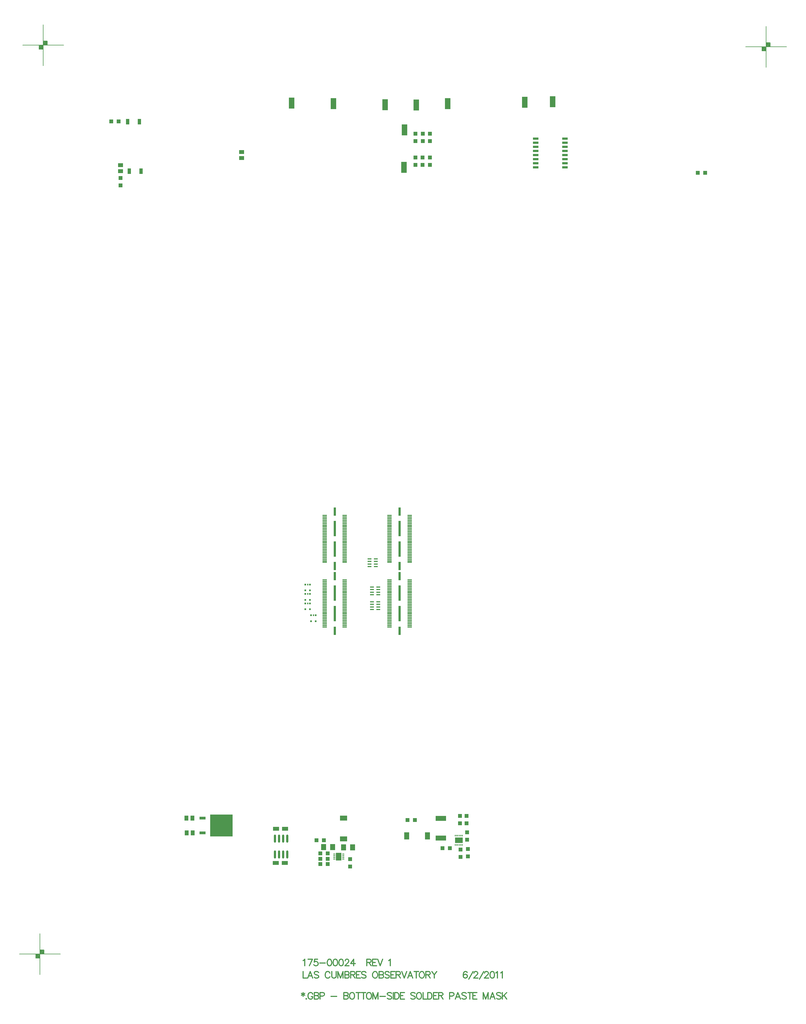
<source format=gbp>
%FSLAX23Y23*%
%MOIN*%
G70*
G01*
G75*
G04 Layer_Color=128*
%ADD10R,0.035X0.037*%
%ADD11R,0.035X0.037*%
%ADD12R,0.036X0.036*%
%ADD13R,0.036X0.028*%
%ADD14R,0.050X0.050*%
%ADD15R,0.050X0.050*%
%ADD16C,0.005*%
%ADD17C,0.010*%
%ADD18C,0.050*%
%ADD19C,0.012*%
%ADD20C,0.012*%
%ADD21C,0.008*%
%ADD22C,0.012*%
%ADD23C,0.157*%
%ADD24C,0.079*%
%ADD25C,0.020*%
%ADD26C,0.220*%
%ADD27C,0.039*%
%ADD28C,0.055*%
%ADD29R,0.055X0.055*%
%ADD30C,0.116*%
%ADD31C,0.085*%
%ADD32R,0.098X0.098*%
%ADD33C,0.098*%
%ADD34C,0.080*%
%ADD35C,0.065*%
%ADD36C,0.059*%
%ADD37C,0.055*%
%ADD38R,0.059X0.059*%
%ADD39C,0.110*%
%ADD40C,0.217*%
%ADD41C,0.200*%
%ADD42C,0.026*%
%ADD43C,0.050*%
%ADD44C,0.024*%
%ADD45C,0.025*%
%ADD46C,0.040*%
%ADD47C,0.131*%
%ADD48C,0.076*%
%ADD49C,0.206*%
%ADD50C,0.080*%
%ADD51C,0.075*%
%ADD52C,0.168*%
%ADD53C,0.102*%
%ADD54C,0.091*%
G04:AMPARAMS|DCode=55|XSize=111.181mil|YSize=111.181mil|CornerRadius=0mil|HoleSize=0mil|Usage=FLASHONLY|Rotation=0.000|XOffset=0mil|YOffset=0mil|HoleType=Round|Shape=Relief|Width=30mil|Gap=10mil|Entries=4|*
%AMTHD55*
7,0,0,0.111,0.091,0.030,45*
%
%ADD55THD55*%
G04:AMPARAMS|DCode=56|XSize=112mil|YSize=112mil|CornerRadius=0mil|HoleSize=0mil|Usage=FLASHONLY|Rotation=0.000|XOffset=0mil|YOffset=0mil|HoleType=Round|Shape=Relief|Width=30mil|Gap=10mil|Entries=4|*
%AMTHD56*
7,0,0,0.112,0.092,0.030,45*
%
%ADD56THD56*%
%ADD57C,0.092*%
%ADD58C,0.138*%
%ADD59C,0.073*%
%ADD60C,0.099*%
G04:AMPARAMS|DCode=61|XSize=119.055mil|YSize=119.055mil|CornerRadius=0mil|HoleSize=0mil|Usage=FLASHONLY|Rotation=0.000|XOffset=0mil|YOffset=0mil|HoleType=Round|Shape=Relief|Width=30mil|Gap=10mil|Entries=4|*
%AMTHD61*
7,0,0,0.119,0.099,0.030,45*
%
%ADD61THD61*%
%ADD62C,0.075*%
G04:AMPARAMS|DCode=63|XSize=130mil|YSize=130mil|CornerRadius=0mil|HoleSize=0mil|Usage=FLASHONLY|Rotation=0.000|XOffset=0mil|YOffset=0mil|HoleType=Round|Shape=Relief|Width=30mil|Gap=10mil|Entries=4|*
%AMTHD63*
7,0,0,0.130,0.110,0.030,45*
%
%ADD63THD63*%
%ADD64C,0.168*%
%ADD65C,0.053*%
G04:AMPARAMS|DCode=66|XSize=88mil|YSize=88mil|CornerRadius=0mil|HoleSize=0mil|Usage=FLASHONLY|Rotation=0.000|XOffset=0mil|YOffset=0mil|HoleType=Round|Shape=Relief|Width=30mil|Gap=10mil|Entries=4|*
%AMTHD66*
7,0,0,0.088,0.068,0.030,45*
%
%ADD66THD66*%
G04:AMPARAMS|DCode=67|XSize=70mil|YSize=70mil|CornerRadius=0mil|HoleSize=0mil|Usage=FLASHONLY|Rotation=0.000|XOffset=0mil|YOffset=0mil|HoleType=Round|Shape=Relief|Width=30mil|Gap=10mil|Entries=4|*
%AMTHD67*
7,0,0,0.070,0.050,0.030,45*
%
%ADD67THD67*%
%ADD68C,0.068*%
G04:AMPARAMS|DCode=69|XSize=100mil|YSize=100mil|CornerRadius=0mil|HoleSize=0mil|Usage=FLASHONLY|Rotation=0.000|XOffset=0mil|YOffset=0mil|HoleType=Round|Shape=Relief|Width=10mil|Gap=10mil|Entries=4|*
%AMTHD69*
7,0,0,0.100,0.080,0.010,45*
%
%ADD69THD69*%
G04:AMPARAMS|DCode=70|XSize=70mil|YSize=70mil|CornerRadius=0mil|HoleSize=0mil|Usage=FLASHONLY|Rotation=0.000|XOffset=0mil|YOffset=0mil|HoleType=Round|Shape=Relief|Width=10mil|Gap=10mil|Entries=4|*
%AMTHD70*
7,0,0,0.070,0.050,0.010,45*
%
%ADD70THD70*%
G04:AMPARAMS|DCode=71|XSize=150.551mil|YSize=150.551mil|CornerRadius=0mil|HoleSize=0mil|Usage=FLASHONLY|Rotation=0.000|XOffset=0mil|YOffset=0mil|HoleType=Round|Shape=Relief|Width=10mil|Gap=10mil|Entries=4|*
%AMTHD71*
7,0,0,0.151,0.131,0.010,45*
%
%ADD71THD71*%
G04:AMPARAMS|DCode=72|XSize=96.221mil|YSize=96.221mil|CornerRadius=0mil|HoleSize=0mil|Usage=FLASHONLY|Rotation=0.000|XOffset=0mil|YOffset=0mil|HoleType=Round|Shape=Relief|Width=10mil|Gap=10mil|Entries=4|*
%AMTHD72*
7,0,0,0.096,0.076,0.010,45*
%
%ADD72THD72*%
G04:AMPARAMS|DCode=73|XSize=95mil|YSize=95mil|CornerRadius=0mil|HoleSize=0mil|Usage=FLASHONLY|Rotation=0.000|XOffset=0mil|YOffset=0mil|HoleType=Round|Shape=Relief|Width=10mil|Gap=10mil|Entries=4|*
%AMTHD73*
7,0,0,0.095,0.075,0.010,45*
%
%ADD73THD73*%
G04:AMPARAMS|DCode=74|XSize=122mil|YSize=122mil|CornerRadius=0mil|HoleSize=0mil|Usage=FLASHONLY|Rotation=0.000|XOffset=0mil|YOffset=0mil|HoleType=Round|Shape=Relief|Width=10mil|Gap=10mil|Entries=4|*
%AMTHD74*
7,0,0,0.122,0.102,0.010,45*
%
%ADD74THD74*%
G04:AMPARAMS|DCode=75|XSize=112mil|YSize=112mil|CornerRadius=0mil|HoleSize=0mil|Usage=FLASHONLY|Rotation=0.000|XOffset=0mil|YOffset=0mil|HoleType=Round|Shape=Relief|Width=10mil|Gap=10mil|Entries=4|*
%AMTHD75*
7,0,0,0.112,0.092,0.010,45*
%
%ADD75THD75*%
G04:AMPARAMS|DCode=76|XSize=93.465mil|YSize=93.465mil|CornerRadius=0mil|HoleSize=0mil|Usage=FLASHONLY|Rotation=0.000|XOffset=0mil|YOffset=0mil|HoleType=Round|Shape=Relief|Width=10mil|Gap=10mil|Entries=4|*
%AMTHD76*
7,0,0,0.093,0.073,0.010,45*
%
%ADD76THD76*%
G04:AMPARAMS|DCode=77|XSize=95.433mil|YSize=95.433mil|CornerRadius=0mil|HoleSize=0mil|Usage=FLASHONLY|Rotation=0.000|XOffset=0mil|YOffset=0mil|HoleType=Round|Shape=Relief|Width=10mil|Gap=10mil|Entries=4|*
%AMTHD77*
7,0,0,0.095,0.075,0.010,45*
%
%ADD77THD77*%
G04:AMPARAMS|DCode=78|XSize=72.992mil|YSize=72.992mil|CornerRadius=0mil|HoleSize=0mil|Usage=FLASHONLY|Rotation=0.000|XOffset=0mil|YOffset=0mil|HoleType=Round|Shape=Relief|Width=10mil|Gap=10mil|Entries=4|*
%AMTHD78*
7,0,0,0.073,0.053,0.010,45*
%
%ADD78THD78*%
G04:AMPARAMS|DCode=79|XSize=88mil|YSize=88mil|CornerRadius=0mil|HoleSize=0mil|Usage=FLASHONLY|Rotation=0.000|XOffset=0mil|YOffset=0mil|HoleType=Round|Shape=Relief|Width=10mil|Gap=10mil|Entries=4|*
%AMTHD79*
7,0,0,0.088,0.068,0.010,45*
%
%ADD79THD79*%
%ADD80R,0.075X0.037*%
%ADD81R,0.272X0.268*%
%ADD82R,0.057X0.012*%
%ADD83R,0.025X0.185*%
%ADD84R,0.025X0.100*%
%ADD85R,0.016X0.020*%
%ADD86R,0.020X0.020*%
%ADD87R,0.070X0.135*%
%ADD88R,0.078X0.048*%
%ADD89R,0.063X0.075*%
%ADD90O,0.028X0.098*%
%ADD91R,0.045X0.017*%
%ADD92R,0.087X0.059*%
%ADD93R,0.126X0.060*%
%ADD94R,0.065X0.094*%
%ADD95O,0.027X0.010*%
%ADD96R,0.094X0.065*%
%ADD97O,0.010X0.024*%
%ADD98R,0.040X0.067*%
%ADD99R,0.051X0.059*%
%ADD100R,0.070X0.025*%
%ADD101R,0.059X0.051*%
%ADD102R,0.059X0.087*%
%ADD103C,0.020*%
%ADD104C,0.030*%
%ADD105C,0.010*%
%ADD106C,0.010*%
%ADD107C,0.008*%
%ADD108C,0.006*%
%ADD109C,0.007*%
%ADD110R,0.384X0.322*%
%ADD111R,0.043X0.045*%
%ADD112R,0.043X0.045*%
%ADD113R,0.044X0.044*%
%ADD114R,0.044X0.036*%
%ADD115R,0.058X0.058*%
%ADD116R,0.058X0.058*%
%ADD117C,0.165*%
%ADD118C,0.087*%
%ADD119C,0.028*%
%ADD120C,0.228*%
%ADD121C,0.047*%
%ADD122C,0.063*%
%ADD123R,0.063X0.063*%
%ADD124C,0.124*%
%ADD125C,0.093*%
%ADD126R,0.106X0.106*%
%ADD127C,0.106*%
%ADD128C,0.088*%
%ADD129C,0.073*%
%ADD130C,0.067*%
%ADD131C,0.063*%
%ADD132R,0.067X0.067*%
%ADD133C,0.118*%
%ADD134C,0.225*%
%ADD135C,0.208*%
%ADD136C,0.058*%
%ADD137C,0.032*%
%ADD138R,2.051X0.460*%
%ADD139R,0.083X0.045*%
%ADD140R,0.280X0.276*%
%ADD141R,0.061X0.016*%
%ADD142R,0.033X0.193*%
%ADD143R,0.033X0.108*%
%ADD144R,0.024X0.028*%
%ADD145R,0.028X0.028*%
%ADD146R,0.078X0.143*%
%ADD147R,0.086X0.056*%
%ADD148R,0.071X0.083*%
%ADD149O,0.036X0.106*%
%ADD150R,0.053X0.025*%
%ADD151R,0.095X0.067*%
%ADD152R,0.134X0.068*%
%ADD153R,0.073X0.102*%
%ADD154O,0.035X0.018*%
%ADD155R,0.102X0.073*%
%ADD156O,0.018X0.032*%
%ADD157R,0.048X0.075*%
%ADD158R,0.059X0.067*%
%ADD159R,0.078X0.033*%
%ADD160R,0.067X0.059*%
%ADD161R,0.067X0.095*%
%ADD162C,0.034*%
D14*
X33595Y27434D02*
D03*
Y27344D02*
D03*
X29907Y26803D02*
D03*
Y26893D02*
D03*
X34049Y19028D02*
D03*
Y19118D02*
D03*
X34129Y19028D02*
D03*
Y19118D02*
D03*
X34054Y18618D02*
D03*
Y18708D02*
D03*
X34144Y18713D02*
D03*
Y18623D02*
D03*
X34134Y18918D02*
D03*
Y18828D02*
D03*
X32708Y18591D02*
D03*
Y18501D02*
D03*
X33505Y27144D02*
D03*
Y27054D02*
D03*
Y27344D02*
D03*
Y27434D02*
D03*
X33680Y27144D02*
D03*
Y27054D02*
D03*
X33590D02*
D03*
Y27144D02*
D03*
X33680Y27344D02*
D03*
Y27434D02*
D03*
D15*
X36947Y26956D02*
D03*
X37037D02*
D03*
X29793Y27582D02*
D03*
X29883D02*
D03*
X33924Y18723D02*
D03*
X33834D02*
D03*
X33409Y19068D02*
D03*
X33499D02*
D03*
X32344Y18529D02*
D03*
X32434D02*
D03*
X32344Y18659D02*
D03*
X32434D02*
D03*
X32389Y18819D02*
D03*
X32299D02*
D03*
X32434Y18594D02*
D03*
X32344D02*
D03*
D19*
X32134Y16963D02*
Y16917D01*
X32115Y16952D02*
X32153Y16929D01*
Y16952D02*
X32115Y16929D01*
X32173Y16891D02*
X32169Y16887D01*
X32173Y16883D01*
X32177Y16887D01*
X32173Y16891D01*
X32252Y16944D02*
X32248Y16952D01*
X32240Y16959D01*
X32233Y16963D01*
X32217D01*
X32210Y16959D01*
X32202Y16952D01*
X32198Y16944D01*
X32195Y16933D01*
Y16913D01*
X32198Y16902D01*
X32202Y16894D01*
X32210Y16887D01*
X32217Y16883D01*
X32233D01*
X32240Y16887D01*
X32248Y16894D01*
X32252Y16902D01*
Y16913D01*
X32233D02*
X32252D01*
X32270Y16963D02*
Y16883D01*
Y16963D02*
X32304D01*
X32316Y16959D01*
X32320Y16955D01*
X32323Y16948D01*
Y16940D01*
X32320Y16933D01*
X32316Y16929D01*
X32304Y16925D01*
X32270D02*
X32304D01*
X32316Y16921D01*
X32320Y16917D01*
X32323Y16910D01*
Y16898D01*
X32320Y16891D01*
X32316Y16887D01*
X32304Y16883D01*
X32270D01*
X32341Y16921D02*
X32376D01*
X32387Y16925D01*
X32391Y16929D01*
X32395Y16936D01*
Y16948D01*
X32391Y16955D01*
X32387Y16959D01*
X32376Y16963D01*
X32341D01*
Y16883D01*
X32475Y16917D02*
X32544D01*
X32630Y16963D02*
Y16883D01*
Y16963D02*
X32665D01*
X32676Y16959D01*
X32680Y16955D01*
X32684Y16948D01*
Y16940D01*
X32680Y16933D01*
X32676Y16929D01*
X32665Y16925D01*
X32630D02*
X32665D01*
X32676Y16921D01*
X32680Y16917D01*
X32684Y16910D01*
Y16898D01*
X32680Y16891D01*
X32676Y16887D01*
X32665Y16883D01*
X32630D01*
X32724Y16963D02*
X32717Y16959D01*
X32709Y16952D01*
X32705Y16944D01*
X32702Y16933D01*
Y16913D01*
X32705Y16902D01*
X32709Y16894D01*
X32717Y16887D01*
X32724Y16883D01*
X32740D01*
X32747Y16887D01*
X32755Y16894D01*
X32759Y16902D01*
X32762Y16913D01*
Y16933D01*
X32759Y16944D01*
X32755Y16952D01*
X32747Y16959D01*
X32740Y16963D01*
X32724D01*
X32808D02*
Y16883D01*
X32781Y16963D02*
X32834D01*
X32871D02*
Y16883D01*
X32844Y16963D02*
X32897D01*
X32930D02*
X32922Y16959D01*
X32914Y16952D01*
X32911Y16944D01*
X32907Y16933D01*
Y16913D01*
X32911Y16902D01*
X32914Y16894D01*
X32922Y16887D01*
X32930Y16883D01*
X32945D01*
X32953Y16887D01*
X32960Y16894D01*
X32964Y16902D01*
X32968Y16913D01*
Y16933D01*
X32964Y16944D01*
X32960Y16952D01*
X32953Y16959D01*
X32945Y16963D01*
X32930D01*
X32986D02*
Y16883D01*
Y16963D02*
X33017Y16883D01*
X33047Y16963D02*
X33017Y16883D01*
X33047Y16963D02*
Y16883D01*
X33070Y16917D02*
X33139D01*
X33216Y16952D02*
X33208Y16959D01*
X33197Y16963D01*
X33181D01*
X33170Y16959D01*
X33162Y16952D01*
Y16944D01*
X33166Y16936D01*
X33170Y16933D01*
X33178Y16929D01*
X33200Y16921D01*
X33208Y16917D01*
X33212Y16913D01*
X33216Y16906D01*
Y16894D01*
X33208Y16887D01*
X33197Y16883D01*
X33181D01*
X33170Y16887D01*
X33162Y16894D01*
X33234Y16963D02*
Y16883D01*
X33250Y16963D02*
Y16883D01*
Y16963D02*
X33277D01*
X33288Y16959D01*
X33296Y16952D01*
X33300Y16944D01*
X33304Y16933D01*
Y16913D01*
X33300Y16902D01*
X33296Y16894D01*
X33288Y16887D01*
X33277Y16883D01*
X33250D01*
X33371Y16963D02*
X33322D01*
Y16883D01*
X33371D01*
X33322Y16925D02*
X33352D01*
X33501Y16952D02*
X33493Y16959D01*
X33482Y16963D01*
X33466D01*
X33455Y16959D01*
X33447Y16952D01*
Y16944D01*
X33451Y16936D01*
X33455Y16933D01*
X33463Y16929D01*
X33485Y16921D01*
X33493Y16917D01*
X33497Y16913D01*
X33501Y16906D01*
Y16894D01*
X33493Y16887D01*
X33482Y16883D01*
X33466D01*
X33455Y16887D01*
X33447Y16894D01*
X33541Y16963D02*
X33534Y16959D01*
X33526Y16952D01*
X33522Y16944D01*
X33519Y16933D01*
Y16913D01*
X33522Y16902D01*
X33526Y16894D01*
X33534Y16887D01*
X33541Y16883D01*
X33557D01*
X33564Y16887D01*
X33572Y16894D01*
X33576Y16902D01*
X33579Y16913D01*
Y16933D01*
X33576Y16944D01*
X33572Y16952D01*
X33564Y16959D01*
X33557Y16963D01*
X33541D01*
X33598D02*
Y16883D01*
X33644D01*
X33653Y16963D02*
Y16883D01*
Y16963D02*
X33679D01*
X33691Y16959D01*
X33698Y16952D01*
X33702Y16944D01*
X33706Y16933D01*
Y16913D01*
X33702Y16902D01*
X33698Y16894D01*
X33691Y16887D01*
X33679Y16883D01*
X33653D01*
X33773Y16963D02*
X33724D01*
Y16883D01*
X33773D01*
X33724Y16925D02*
X33754D01*
X33787Y16963D02*
Y16883D01*
Y16963D02*
X33821D01*
X33832Y16959D01*
X33836Y16955D01*
X33840Y16948D01*
Y16940D01*
X33836Y16933D01*
X33832Y16929D01*
X33821Y16925D01*
X33787D01*
X33813D02*
X33840Y16883D01*
X33921Y16921D02*
X33955D01*
X33966Y16925D01*
X33970Y16929D01*
X33974Y16936D01*
Y16948D01*
X33970Y16955D01*
X33966Y16959D01*
X33955Y16963D01*
X33921D01*
Y16883D01*
X34053D02*
X34022Y16963D01*
X33992Y16883D01*
X34003Y16910D02*
X34041D01*
X34125Y16952D02*
X34117Y16959D01*
X34106Y16963D01*
X34091D01*
X34079Y16959D01*
X34072Y16952D01*
Y16944D01*
X34075Y16936D01*
X34079Y16933D01*
X34087Y16929D01*
X34110Y16921D01*
X34117Y16917D01*
X34121Y16913D01*
X34125Y16906D01*
Y16894D01*
X34117Y16887D01*
X34106Y16883D01*
X34091D01*
X34079Y16887D01*
X34072Y16894D01*
X34169Y16963D02*
Y16883D01*
X34143Y16963D02*
X34196D01*
X34255D02*
X34206D01*
Y16883D01*
X34255D01*
X34206Y16925D02*
X34236D01*
X34331Y16963D02*
Y16883D01*
Y16963D02*
X34362Y16883D01*
X34392Y16963D02*
X34362Y16883D01*
X34392Y16963D02*
Y16883D01*
X34476D02*
X34446Y16963D01*
X34415Y16883D01*
X34426Y16910D02*
X34465D01*
X34548Y16952D02*
X34540Y16959D01*
X34529Y16963D01*
X34514D01*
X34502Y16959D01*
X34495Y16952D01*
Y16944D01*
X34498Y16936D01*
X34502Y16933D01*
X34510Y16929D01*
X34533Y16921D01*
X34540Y16917D01*
X34544Y16913D01*
X34548Y16906D01*
Y16894D01*
X34540Y16887D01*
X34529Y16883D01*
X34514D01*
X34502Y16887D01*
X34495Y16894D01*
X34566Y16963D02*
Y16883D01*
X34619Y16963D02*
X34566Y16910D01*
X34585Y16929D02*
X34619Y16883D01*
X32136Y17353D02*
X32144Y17357D01*
X32155Y17369D01*
Y17289D01*
X32248Y17369D02*
X32210Y17289D01*
X32195Y17369D02*
X32248D01*
X32312D02*
X32274D01*
X32270Y17334D01*
X32274Y17338D01*
X32285Y17342D01*
X32296D01*
X32308Y17338D01*
X32315Y17330D01*
X32319Y17319D01*
Y17311D01*
X32315Y17300D01*
X32308Y17292D01*
X32296Y17289D01*
X32285D01*
X32274Y17292D01*
X32270Y17296D01*
X32266Y17304D01*
X32337Y17323D02*
X32406D01*
X32452Y17369D02*
X32441Y17365D01*
X32433Y17353D01*
X32429Y17334D01*
Y17323D01*
X32433Y17304D01*
X32441Y17292D01*
X32452Y17289D01*
X32460D01*
X32471Y17292D01*
X32479Y17304D01*
X32483Y17323D01*
Y17334D01*
X32479Y17353D01*
X32471Y17365D01*
X32460Y17369D01*
X32452D01*
X32523D02*
X32512Y17365D01*
X32504Y17353D01*
X32501Y17334D01*
Y17323D01*
X32504Y17304D01*
X32512Y17292D01*
X32523Y17289D01*
X32531D01*
X32542Y17292D01*
X32550Y17304D01*
X32554Y17323D01*
Y17334D01*
X32550Y17353D01*
X32542Y17365D01*
X32531Y17369D01*
X32523D01*
X32595D02*
X32583Y17365D01*
X32576Y17353D01*
X32572Y17334D01*
Y17323D01*
X32576Y17304D01*
X32583Y17292D01*
X32595Y17289D01*
X32602D01*
X32614Y17292D01*
X32621Y17304D01*
X32625Y17323D01*
Y17334D01*
X32621Y17353D01*
X32614Y17365D01*
X32602Y17369D01*
X32595D01*
X32647Y17350D02*
Y17353D01*
X32651Y17361D01*
X32654Y17365D01*
X32662Y17369D01*
X32677D01*
X32685Y17365D01*
X32689Y17361D01*
X32692Y17353D01*
Y17346D01*
X32689Y17338D01*
X32681Y17327D01*
X32643Y17289D01*
X32696D01*
X32752Y17369D02*
X32714Y17315D01*
X32771D01*
X32752Y17369D02*
Y17289D01*
X32911Y17369D02*
Y17289D01*
Y17369D02*
X32945D01*
X32957Y17365D01*
X32961Y17361D01*
X32964Y17353D01*
Y17346D01*
X32961Y17338D01*
X32957Y17334D01*
X32945Y17330D01*
X32911D01*
X32938D02*
X32964Y17289D01*
X33032Y17369D02*
X32982D01*
Y17289D01*
X33032D01*
X32982Y17330D02*
X33013D01*
X33045Y17369D02*
X33076Y17289D01*
X33106Y17369D02*
X33076Y17289D01*
X33179Y17353D02*
X33187Y17357D01*
X33198Y17369D01*
Y17289D01*
D21*
X37781Y28243D02*
Y28743D01*
X37531Y28493D02*
X38031D01*
X37731Y28443D02*
X37781D01*
X37731D02*
Y28493D01*
X37781Y28543D02*
X37831D01*
Y28493D02*
Y28543D01*
X37786Y28498D02*
Y28538D01*
X37826D01*
Y28498D02*
Y28538D01*
X37786Y28498D02*
X37826D01*
X37791Y28503D02*
Y28533D01*
X37821D01*
Y28503D02*
Y28533D01*
X37796Y28503D02*
X37821D01*
X37796Y28508D02*
Y28528D01*
X37816D01*
Y28508D02*
Y28528D01*
X37801Y28508D02*
X37816D01*
X37801Y28513D02*
Y28523D01*
X37811D01*
Y28513D02*
Y28523D01*
X37801Y28513D02*
X37811D01*
X37806D02*
Y28523D01*
X37736Y28448D02*
Y28488D01*
X37776D01*
Y28448D02*
Y28488D01*
X37736Y28448D02*
X37776D01*
X37741Y28453D02*
Y28483D01*
X37771D01*
Y28453D02*
Y28483D01*
X37746Y28453D02*
X37771D01*
X37746Y28458D02*
Y28478D01*
X37766D01*
Y28458D02*
Y28478D01*
X37751Y28458D02*
X37766D01*
X37751Y28463D02*
Y28473D01*
X37761D01*
Y28463D02*
Y28473D01*
X37751Y28463D02*
X37761D01*
X37756D02*
Y28473D01*
X28965Y28263D02*
Y28763D01*
X28715Y28513D02*
X29215D01*
X28915Y28463D02*
X28965D01*
X28915D02*
Y28513D01*
X28965Y28563D02*
X29015D01*
Y28513D02*
Y28563D01*
X28970Y28518D02*
Y28558D01*
X29010D01*
Y28518D02*
Y28558D01*
X28970Y28518D02*
X29010D01*
X28975Y28523D02*
Y28553D01*
X29005D01*
Y28523D02*
Y28553D01*
X28980Y28523D02*
X29005D01*
X28980Y28528D02*
Y28548D01*
X29000D01*
Y28528D02*
Y28548D01*
X28985Y28528D02*
X29000D01*
X28985Y28533D02*
Y28543D01*
X28995D01*
Y28533D02*
Y28543D01*
X28985Y28533D02*
X28995D01*
X28990D02*
Y28543D01*
X28920Y28468D02*
Y28508D01*
X28960D01*
Y28468D02*
Y28508D01*
X28920Y28468D02*
X28960D01*
X28925Y28473D02*
Y28503D01*
X28955D01*
Y28473D02*
Y28503D01*
X28930Y28473D02*
X28955D01*
X28930Y28478D02*
Y28498D01*
X28950D01*
Y28478D02*
Y28498D01*
X28935Y28478D02*
X28950D01*
X28935Y28483D02*
Y28493D01*
X28945D01*
Y28483D02*
Y28493D01*
X28935Y28483D02*
X28945D01*
X28940D02*
Y28493D01*
X28926Y17184D02*
Y17684D01*
X28676Y17434D02*
X29176D01*
X28876Y17384D02*
X28926D01*
X28876D02*
Y17434D01*
X28926Y17484D02*
X28976D01*
Y17434D02*
Y17484D01*
X28931Y17439D02*
Y17479D01*
X28971D01*
Y17439D02*
Y17479D01*
X28931Y17439D02*
X28971D01*
X28936Y17444D02*
Y17474D01*
X28966D01*
Y17444D02*
Y17474D01*
X28941Y17444D02*
X28966D01*
X28941Y17449D02*
Y17469D01*
X28961D01*
Y17449D02*
Y17469D01*
X28946Y17449D02*
X28961D01*
X28946Y17454D02*
Y17464D01*
X28956D01*
Y17454D02*
Y17464D01*
X28946Y17454D02*
X28956D01*
X28951D02*
Y17464D01*
X28881Y17389D02*
Y17429D01*
X28921D01*
Y17389D02*
Y17429D01*
X28881Y17389D02*
X28921D01*
X28886Y17394D02*
Y17424D01*
X28916D01*
Y17394D02*
Y17424D01*
X28891Y17394D02*
X28916D01*
X28891Y17399D02*
Y17419D01*
X28911D01*
Y17399D02*
Y17419D01*
X28896Y17399D02*
X28911D01*
X28896Y17404D02*
Y17414D01*
X28906D01*
Y17404D02*
Y17414D01*
X28896Y17404D02*
X28906D01*
X28901D02*
Y17414D01*
D22*
X32136Y17219D02*
Y17139D01*
X32182D01*
X32251D02*
X32221Y17219D01*
X32190Y17139D01*
X32202Y17165D02*
X32240D01*
X32323Y17207D02*
X32316Y17215D01*
X32304Y17219D01*
X32289D01*
X32278Y17215D01*
X32270Y17207D01*
Y17200D01*
X32274Y17192D01*
X32278Y17188D01*
X32285Y17184D01*
X32308Y17177D01*
X32316Y17173D01*
X32320Y17169D01*
X32323Y17161D01*
Y17150D01*
X32316Y17142D01*
X32304Y17139D01*
X32289D01*
X32278Y17142D01*
X32270Y17150D01*
X32461Y17200D02*
X32457Y17207D01*
X32450Y17215D01*
X32442Y17219D01*
X32427D01*
X32419Y17215D01*
X32412Y17207D01*
X32408Y17200D01*
X32404Y17188D01*
Y17169D01*
X32408Y17158D01*
X32412Y17150D01*
X32419Y17142D01*
X32427Y17139D01*
X32442D01*
X32450Y17142D01*
X32457Y17150D01*
X32461Y17158D01*
X32484Y17219D02*
Y17161D01*
X32488Y17150D01*
X32495Y17142D01*
X32507Y17139D01*
X32514D01*
X32526Y17142D01*
X32533Y17150D01*
X32537Y17161D01*
Y17219D01*
X32559D02*
Y17139D01*
Y17219D02*
X32590Y17139D01*
X32620Y17219D02*
X32590Y17139D01*
X32620Y17219D02*
Y17139D01*
X32643Y17219D02*
Y17139D01*
Y17219D02*
X32677D01*
X32689Y17215D01*
X32692Y17211D01*
X32696Y17203D01*
Y17196D01*
X32692Y17188D01*
X32689Y17184D01*
X32677Y17180D01*
X32643D02*
X32677D01*
X32689Y17177D01*
X32692Y17173D01*
X32696Y17165D01*
Y17154D01*
X32692Y17146D01*
X32689Y17142D01*
X32677Y17139D01*
X32643D01*
X32714Y17219D02*
Y17139D01*
Y17219D02*
X32748D01*
X32760Y17215D01*
X32764Y17211D01*
X32768Y17203D01*
Y17196D01*
X32764Y17188D01*
X32760Y17184D01*
X32748Y17180D01*
X32714D01*
X32741D02*
X32768Y17139D01*
X32835Y17219D02*
X32785D01*
Y17139D01*
X32835D01*
X32785Y17180D02*
X32816D01*
X32902Y17207D02*
X32894Y17215D01*
X32883Y17219D01*
X32867D01*
X32856Y17215D01*
X32848Y17207D01*
Y17200D01*
X32852Y17192D01*
X32856Y17188D01*
X32863Y17184D01*
X32886Y17177D01*
X32894Y17173D01*
X32898Y17169D01*
X32902Y17161D01*
Y17150D01*
X32894Y17142D01*
X32883Y17139D01*
X32867D01*
X32856Y17142D01*
X32848Y17150D01*
X33005Y17219D02*
X32998Y17215D01*
X32990Y17207D01*
X32986Y17200D01*
X32982Y17188D01*
Y17169D01*
X32986Y17158D01*
X32990Y17150D01*
X32998Y17142D01*
X33005Y17139D01*
X33020D01*
X33028Y17142D01*
X33036Y17150D01*
X33039Y17158D01*
X33043Y17169D01*
Y17188D01*
X33039Y17200D01*
X33036Y17207D01*
X33028Y17215D01*
X33020Y17219D01*
X33005D01*
X33062D02*
Y17139D01*
Y17219D02*
X33096D01*
X33108Y17215D01*
X33111Y17211D01*
X33115Y17203D01*
Y17196D01*
X33111Y17188D01*
X33108Y17184D01*
X33096Y17180D01*
X33062D02*
X33096D01*
X33108Y17177D01*
X33111Y17173D01*
X33115Y17165D01*
Y17154D01*
X33111Y17146D01*
X33108Y17142D01*
X33096Y17139D01*
X33062D01*
X33186Y17207D02*
X33179Y17215D01*
X33167Y17219D01*
X33152D01*
X33141Y17215D01*
X33133Y17207D01*
Y17200D01*
X33137Y17192D01*
X33141Y17188D01*
X33148Y17184D01*
X33171Y17177D01*
X33179Y17173D01*
X33183Y17169D01*
X33186Y17161D01*
Y17150D01*
X33179Y17142D01*
X33167Y17139D01*
X33152D01*
X33141Y17142D01*
X33133Y17150D01*
X33254Y17219D02*
X33204D01*
Y17139D01*
X33254D01*
X33204Y17180D02*
X33235D01*
X33267Y17219D02*
Y17139D01*
Y17219D02*
X33301D01*
X33313Y17215D01*
X33317Y17211D01*
X33321Y17203D01*
Y17196D01*
X33317Y17188D01*
X33313Y17184D01*
X33301Y17180D01*
X33267D01*
X33294D02*
X33321Y17139D01*
X33338Y17219D02*
X33369Y17139D01*
X33399Y17219D02*
X33369Y17139D01*
X33471D02*
X33440Y17219D01*
X33410Y17139D01*
X33421Y17165D02*
X33459D01*
X33516Y17219D02*
Y17139D01*
X33489Y17219D02*
X33543D01*
X33575D02*
X33567Y17215D01*
X33560Y17207D01*
X33556Y17200D01*
X33552Y17188D01*
Y17169D01*
X33556Y17158D01*
X33560Y17150D01*
X33567Y17142D01*
X33575Y17139D01*
X33590D01*
X33598Y17142D01*
X33605Y17150D01*
X33609Y17158D01*
X33613Y17169D01*
Y17188D01*
X33609Y17200D01*
X33605Y17207D01*
X33598Y17215D01*
X33590Y17219D01*
X33575D01*
X33632D02*
Y17139D01*
Y17219D02*
X33666D01*
X33677Y17215D01*
X33681Y17211D01*
X33685Y17203D01*
Y17196D01*
X33681Y17188D01*
X33677Y17184D01*
X33666Y17180D01*
X33632D01*
X33658D02*
X33685Y17139D01*
X33703Y17219D02*
X33733Y17180D01*
Y17139D01*
X33764Y17219D02*
X33733Y17180D01*
X34134Y17207D02*
X34130Y17215D01*
X34119Y17219D01*
X34111D01*
X34100Y17215D01*
X34092Y17203D01*
X34088Y17184D01*
Y17165D01*
X34092Y17150D01*
X34100Y17142D01*
X34111Y17139D01*
X34115D01*
X34126Y17142D01*
X34134Y17150D01*
X34138Y17161D01*
Y17165D01*
X34134Y17177D01*
X34126Y17184D01*
X34115Y17188D01*
X34111D01*
X34100Y17184D01*
X34092Y17177D01*
X34088Y17165D01*
X34155Y17127D02*
X34209Y17219D01*
X34218Y17200D02*
Y17203D01*
X34222Y17211D01*
X34225Y17215D01*
X34233Y17219D01*
X34248D01*
X34256Y17215D01*
X34260Y17211D01*
X34264Y17203D01*
Y17196D01*
X34260Y17188D01*
X34252Y17177D01*
X34214Y17139D01*
X34267D01*
X34285Y17127D02*
X34339Y17219D01*
X34348Y17200D02*
Y17203D01*
X34352Y17211D01*
X34355Y17215D01*
X34363Y17219D01*
X34378D01*
X34386Y17215D01*
X34390Y17211D01*
X34393Y17203D01*
Y17196D01*
X34390Y17188D01*
X34382Y17177D01*
X34344Y17139D01*
X34397D01*
X34438Y17219D02*
X34427Y17215D01*
X34419Y17203D01*
X34415Y17184D01*
Y17173D01*
X34419Y17154D01*
X34427Y17142D01*
X34438Y17139D01*
X34446D01*
X34457Y17142D01*
X34465Y17154D01*
X34468Y17173D01*
Y17184D01*
X34465Y17203D01*
X34457Y17215D01*
X34446Y17219D01*
X34438D01*
X34486Y17203D02*
X34494Y17207D01*
X34505Y17219D01*
Y17139D01*
X34545Y17203D02*
X34553Y17207D01*
X34564Y17219D01*
Y17139D01*
D80*
X30907Y18910D02*
D03*
Y19090D02*
D03*
D81*
X31137Y19000D02*
D03*
D82*
X33433Y21421D02*
D03*
Y21441D02*
D03*
Y21461D02*
D03*
Y21480D02*
D03*
Y21500D02*
D03*
Y21520D02*
D03*
Y21539D02*
D03*
Y21559D02*
D03*
Y21579D02*
D03*
Y21598D02*
D03*
X33433Y21618D02*
D03*
X33433Y21638D02*
D03*
Y21657D02*
D03*
Y21677D02*
D03*
Y21697D02*
D03*
Y21716D02*
D03*
Y21736D02*
D03*
Y21756D02*
D03*
Y21775D02*
D03*
Y21795D02*
D03*
Y21815D02*
D03*
Y21835D02*
D03*
Y21854D02*
D03*
Y21874D02*
D03*
Y21894D02*
D03*
Y21913D02*
D03*
Y21933D02*
D03*
Y21953D02*
D03*
Y21972D02*
D03*
Y21992D02*
D03*
Y22209D02*
D03*
Y22228D02*
D03*
Y22248D02*
D03*
Y22268D02*
D03*
Y22287D02*
D03*
Y22307D02*
D03*
Y22327D02*
D03*
Y22346D02*
D03*
Y22366D02*
D03*
Y22386D02*
D03*
Y22405D02*
D03*
Y22425D02*
D03*
Y22445D02*
D03*
Y22464D02*
D03*
Y22484D02*
D03*
Y22504D02*
D03*
Y22524D02*
D03*
Y22543D02*
D03*
Y22563D02*
D03*
Y22583D02*
D03*
Y22602D02*
D03*
Y22622D02*
D03*
Y22642D02*
D03*
Y22661D02*
D03*
Y22681D02*
D03*
Y22701D02*
D03*
Y22720D02*
D03*
Y22740D02*
D03*
Y22760D02*
D03*
Y22779D02*
D03*
X33189Y21421D02*
D03*
Y21441D02*
D03*
Y21461D02*
D03*
Y21480D02*
D03*
Y21500D02*
D03*
Y21520D02*
D03*
X33189Y21539D02*
D03*
X33189Y21559D02*
D03*
Y21579D02*
D03*
Y21598D02*
D03*
Y21618D02*
D03*
Y21638D02*
D03*
Y21657D02*
D03*
Y21677D02*
D03*
Y21697D02*
D03*
Y21716D02*
D03*
Y21736D02*
D03*
Y21756D02*
D03*
Y21775D02*
D03*
Y21795D02*
D03*
Y21815D02*
D03*
Y21835D02*
D03*
X33189Y21854D02*
D03*
X33189Y21874D02*
D03*
Y21894D02*
D03*
Y21913D02*
D03*
X33189Y21933D02*
D03*
Y21953D02*
D03*
X33189Y21972D02*
D03*
Y21992D02*
D03*
Y22209D02*
D03*
Y22228D02*
D03*
Y22248D02*
D03*
Y22268D02*
D03*
Y22287D02*
D03*
Y22307D02*
D03*
X33189Y22327D02*
D03*
X33189Y22346D02*
D03*
Y22366D02*
D03*
Y22386D02*
D03*
Y22405D02*
D03*
Y22425D02*
D03*
Y22445D02*
D03*
Y22464D02*
D03*
Y22484D02*
D03*
Y22504D02*
D03*
Y22524D02*
D03*
Y22543D02*
D03*
Y22563D02*
D03*
Y22583D02*
D03*
Y22602D02*
D03*
Y22622D02*
D03*
Y22642D02*
D03*
Y22661D02*
D03*
Y22681D02*
D03*
Y22701D02*
D03*
X33189Y22720D02*
D03*
Y22740D02*
D03*
X33189Y22760D02*
D03*
Y22779D02*
D03*
X32642Y21421D02*
D03*
X32642Y21441D02*
D03*
Y21461D02*
D03*
X32642Y21480D02*
D03*
X32642Y21500D02*
D03*
Y21520D02*
D03*
Y21539D02*
D03*
Y21559D02*
D03*
Y21579D02*
D03*
Y21598D02*
D03*
Y21618D02*
D03*
Y21638D02*
D03*
Y21657D02*
D03*
Y21677D02*
D03*
Y21697D02*
D03*
Y21716D02*
D03*
Y21736D02*
D03*
Y21756D02*
D03*
Y21775D02*
D03*
Y21795D02*
D03*
Y21815D02*
D03*
Y21835D02*
D03*
Y21854D02*
D03*
Y21874D02*
D03*
X32642Y21894D02*
D03*
X32642Y21913D02*
D03*
Y21933D02*
D03*
Y21953D02*
D03*
Y21972D02*
D03*
Y21992D02*
D03*
Y22209D02*
D03*
Y22228D02*
D03*
Y22248D02*
D03*
Y22268D02*
D03*
X32642Y22287D02*
D03*
Y22307D02*
D03*
X32642Y22327D02*
D03*
X32642Y22346D02*
D03*
X32642Y22366D02*
D03*
Y22386D02*
D03*
Y22405D02*
D03*
Y22425D02*
D03*
Y22445D02*
D03*
Y22464D02*
D03*
Y22484D02*
D03*
Y22504D02*
D03*
Y22524D02*
D03*
Y22543D02*
D03*
Y22563D02*
D03*
Y22583D02*
D03*
Y22602D02*
D03*
Y22622D02*
D03*
Y22642D02*
D03*
Y22661D02*
D03*
Y22681D02*
D03*
X32642Y22701D02*
D03*
X32642Y22720D02*
D03*
Y22740D02*
D03*
X32642Y22760D02*
D03*
X32642Y22779D02*
D03*
X32399Y21421D02*
D03*
Y21441D02*
D03*
Y21461D02*
D03*
Y21480D02*
D03*
Y21500D02*
D03*
Y21520D02*
D03*
Y21539D02*
D03*
Y21559D02*
D03*
Y21579D02*
D03*
Y21598D02*
D03*
X32399Y21618D02*
D03*
X32399Y21638D02*
D03*
Y21657D02*
D03*
Y21677D02*
D03*
Y21697D02*
D03*
Y21716D02*
D03*
Y21736D02*
D03*
Y21756D02*
D03*
Y21775D02*
D03*
Y21795D02*
D03*
Y21815D02*
D03*
Y21835D02*
D03*
Y21854D02*
D03*
Y21874D02*
D03*
Y21894D02*
D03*
Y21913D02*
D03*
Y21933D02*
D03*
Y21953D02*
D03*
Y21972D02*
D03*
Y21992D02*
D03*
Y22209D02*
D03*
Y22228D02*
D03*
Y22248D02*
D03*
Y22268D02*
D03*
Y22287D02*
D03*
Y22307D02*
D03*
Y22327D02*
D03*
Y22346D02*
D03*
Y22366D02*
D03*
Y22386D02*
D03*
Y22405D02*
D03*
Y22425D02*
D03*
Y22445D02*
D03*
Y22464D02*
D03*
Y22484D02*
D03*
Y22504D02*
D03*
Y22524D02*
D03*
Y22543D02*
D03*
Y22563D02*
D03*
Y22583D02*
D03*
Y22602D02*
D03*
Y22622D02*
D03*
Y22642D02*
D03*
Y22661D02*
D03*
Y22681D02*
D03*
Y22701D02*
D03*
Y22720D02*
D03*
Y22740D02*
D03*
Y22760D02*
D03*
Y22779D02*
D03*
D83*
X33311Y21832D02*
D03*
Y21582D02*
D03*
Y22369D02*
D03*
Y22619D02*
D03*
X32521Y21832D02*
D03*
Y21582D02*
D03*
Y22369D02*
D03*
Y22619D02*
D03*
D84*
X33311Y21374D02*
D03*
Y22826D02*
D03*
Y22162D02*
D03*
Y22039D02*
D03*
X32521Y21374D02*
D03*
X32521Y22826D02*
D03*
Y22162D02*
D03*
Y22039D02*
D03*
D85*
X32190Y21937D02*
D03*
X32260Y21562D02*
D03*
X32190Y21822D02*
D03*
Y21707D02*
D03*
D86*
X32160Y21937D02*
D03*
X32219D02*
D03*
Y21866D02*
D03*
X32160D02*
D03*
X32230Y21562D02*
D03*
X32289D02*
D03*
Y21491D02*
D03*
X32230D02*
D03*
X32160Y21822D02*
D03*
X32219D02*
D03*
Y21751D02*
D03*
X32160D02*
D03*
Y21707D02*
D03*
X32219D02*
D03*
Y21636D02*
D03*
X32160D02*
D03*
D87*
X35179Y27823D02*
D03*
X32503Y27799D02*
D03*
X31996Y27806D02*
D03*
X33134Y27788D02*
D03*
X33515Y27784D02*
D03*
X33365Y27024D02*
D03*
X33370Y27479D02*
D03*
X33897Y27801D02*
D03*
X34837Y27816D02*
D03*
D88*
X31910Y18544D02*
D03*
X31800D02*
D03*
X31915Y18959D02*
D03*
X31805D02*
D03*
D89*
X32494Y18736D02*
D03*
X32384D02*
D03*
X32629Y18734D02*
D03*
X32739D02*
D03*
D90*
X31940Y18647D02*
D03*
X31890D02*
D03*
X31840D02*
D03*
X31790D02*
D03*
X31940Y18840D02*
D03*
X31890D02*
D03*
X31840D02*
D03*
X31790D02*
D03*
D91*
X32974Y21632D02*
D03*
Y21663D02*
D03*
Y21695D02*
D03*
Y21726D02*
D03*
X33051D02*
D03*
Y21695D02*
D03*
Y21663D02*
D03*
Y21632D02*
D03*
X32944Y22157D02*
D03*
Y22188D02*
D03*
Y22220D02*
D03*
Y22251D02*
D03*
X33021D02*
D03*
Y22220D02*
D03*
Y22188D02*
D03*
Y22157D02*
D03*
X32974Y21812D02*
D03*
Y21843D02*
D03*
Y21875D02*
D03*
Y21906D02*
D03*
X33051D02*
D03*
Y21875D02*
D03*
Y21843D02*
D03*
Y21812D02*
D03*
D92*
X32629Y19090D02*
D03*
Y18838D02*
D03*
D93*
X33815Y18845D02*
D03*
Y19088D02*
D03*
D94*
X32569Y18619D02*
D03*
D95*
X32513Y18649D02*
D03*
X32513Y18629D02*
D03*
X32513Y18609D02*
D03*
Y18589D02*
D03*
X32625D02*
D03*
Y18609D02*
D03*
Y18629D02*
D03*
Y18649D02*
D03*
D96*
X34035Y18820D02*
D03*
D97*
X34043Y18878D02*
D03*
X34026D02*
D03*
X34008D02*
D03*
X33990D02*
D03*
Y18763D02*
D03*
X34008D02*
D03*
X34026D02*
D03*
X34043D02*
D03*
X34061D02*
D03*
X34079D02*
D03*
X34061Y18878D02*
D03*
X34079D02*
D03*
D98*
X30138Y27581D02*
D03*
X29996D02*
D03*
X30158Y26977D02*
D03*
X30016D02*
D03*
D99*
X30710Y19091D02*
D03*
X30784D02*
D03*
X30713Y18911D02*
D03*
X30787D02*
D03*
D100*
X34972Y27374D02*
D03*
Y27324D02*
D03*
Y27274D02*
D03*
Y27224D02*
D03*
Y27174D02*
D03*
Y27124D02*
D03*
Y27074D02*
D03*
Y27024D02*
D03*
X35327D02*
D03*
Y27074D02*
D03*
Y27124D02*
D03*
Y27174D02*
D03*
Y27224D02*
D03*
Y27274D02*
D03*
Y27324D02*
D03*
Y27374D02*
D03*
D101*
X29907Y26976D02*
D03*
Y27050D02*
D03*
X31386Y27137D02*
D03*
Y27211D02*
D03*
D102*
X33398Y18873D02*
D03*
X33650D02*
D03*
M02*

</source>
